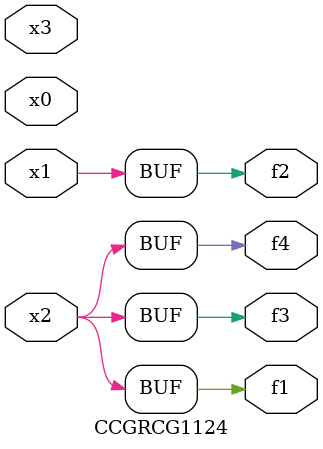
<source format=v>
module CCGRCG1124(
	input x0, x1, x2, x3,
	output f1, f2, f3, f4
);
	assign f1 = x2;
	assign f2 = x1;
	assign f3 = x2;
	assign f4 = x2;
endmodule

</source>
